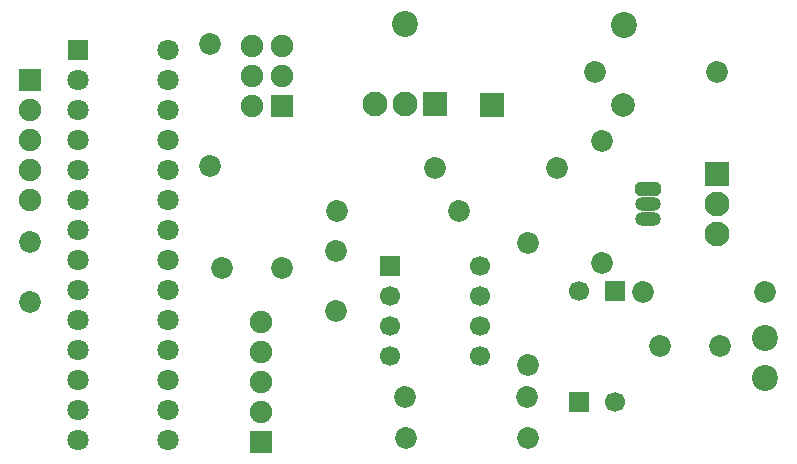
<source format=gbr>
G04 DipTrace 3.3.1.1*
G04 bottommask.gbr*
%MOIN*%
G04 #@! TF.FileFunction,Soldermask,Bot*
G04 #@! TF.Part,Single*
%AMOUTLINE1*
4,1,8,
-0.031158,0.023622,
-0.043307,0.011473,
-0.043307,-0.011473,
-0.031158,-0.023622,
0.031158,-0.023622,
0.043307,-0.011473,
0.043307,0.011473,
0.031158,0.023622,
-0.031158,0.023622,
0*%
%ADD20R,0.070866X0.070866*%
%ADD24R,0.066929X0.066929*%
%ADD25C,0.066929*%
%ADD27R,0.074803X0.074803*%
%ADD28C,0.074803*%
%ADD40C,0.070866*%
%ADD43O,0.086614X0.047244*%
%ADD45C,0.082677*%
%ADD46R,0.082677X0.082677*%
%ADD47C,0.086614*%
%ADD50C,0.07874*%
%ADD52R,0.07874X0.07874*%
%ADD53C,0.072835*%
%ADD58OUTLINE1*%
%FSLAX26Y26*%
G04*
G70*
G90*
G75*
G01*
G04 BotMask*
%LPD*%
D53*
X1354961Y1098425D3*
X1154961D3*
X514961Y984252D3*
Y1184252D3*
X2614961Y838583D3*
X2814961D3*
X1534961Y956693D3*
Y1156693D3*
D52*
X2054961Y1641732D3*
D50*
X2490000D3*
D24*
X2464961Y1023622D3*
D25*
Y653543D3*
D24*
X2344961D3*
D25*
Y1023622D3*
D27*
X514961Y1724409D3*
D28*
Y1624409D3*
Y1524409D3*
Y1424409D3*
Y1324409D3*
D27*
X1284961Y519685D3*
D28*
Y619685D3*
Y719685D3*
Y819685D3*
Y919685D3*
D27*
X1354961Y1637795D3*
D28*
X1254961D3*
X1354961Y1737795D3*
X1254961D3*
X1354961Y1837795D3*
X1254961D3*
D47*
X2494961Y1909449D3*
X1764961Y1913386D3*
X2964961Y866142D3*
Y732283D3*
D46*
X2804961Y1413386D3*
D45*
Y1313386D3*
Y1213386D3*
D58*
X2574961Y1361024D3*
D43*
Y1311024D3*
Y1261024D3*
D53*
X1114961Y1846457D3*
Y1438976D3*
X2964961Y1019685D3*
X2557480D3*
X2804961Y1751969D3*
X2397480D3*
X1864961Y1433071D3*
X2272441D3*
X2421220Y1115157D3*
Y1522638D3*
X1764961Y669291D3*
X2172441D3*
X2174961Y775591D3*
Y1183071D3*
X1944961Y1287402D3*
X1537480D3*
X2174961Y531496D3*
X1767480D3*
D20*
X674961Y1826772D3*
D40*
Y1726772D3*
Y1626772D3*
Y1526772D3*
Y1426772D3*
Y1326772D3*
Y1226772D3*
Y1126772D3*
Y1026772D3*
Y926772D3*
Y826772D3*
Y726772D3*
Y626772D3*
Y526772D3*
X974961D3*
Y626772D3*
Y726772D3*
Y826772D3*
Y926772D3*
Y1026772D3*
Y1126772D3*
Y1226772D3*
Y1326772D3*
Y1426772D3*
Y1526772D3*
Y1626772D3*
Y1726772D3*
Y1826772D3*
D46*
X1864961Y1645669D3*
D45*
X1764961D3*
X1664961D3*
D24*
X1714961Y1106299D3*
D25*
Y1006299D3*
Y906299D3*
Y806299D3*
X2014961D3*
Y906299D3*
Y1006299D3*
Y1106299D3*
M02*

</source>
